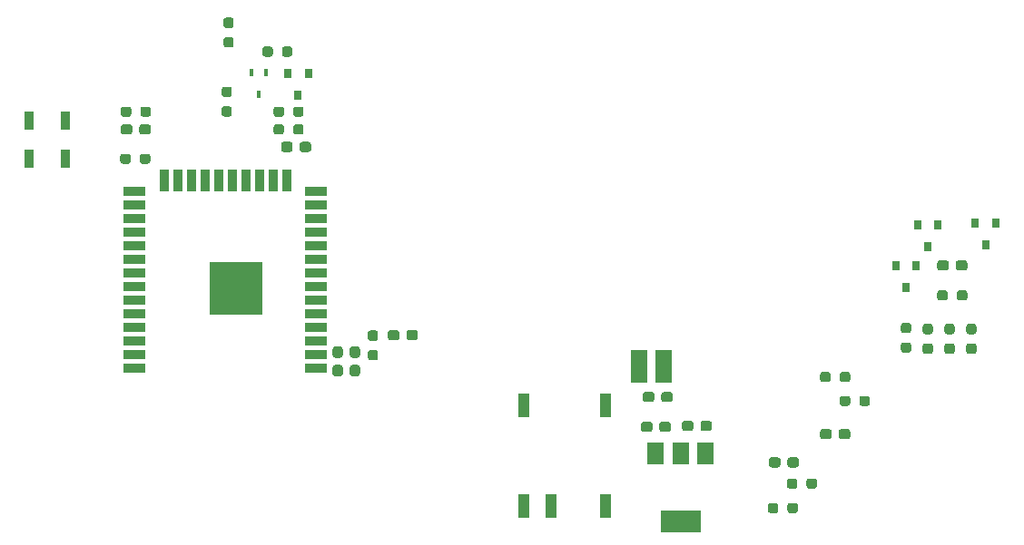
<source format=gbr>
%TF.GenerationSoftware,KiCad,Pcbnew,(5.1.7)-1*%
%TF.CreationDate,2021-01-04T12:01:46+01:00*%
%TF.ProjectId,EZ-PY32,455a2d50-5933-4322-9e6b-696361645f70,rev?*%
%TF.SameCoordinates,Original*%
%TF.FileFunction,Paste,Top*%
%TF.FilePolarity,Positive*%
%FSLAX46Y46*%
G04 Gerber Fmt 4.6, Leading zero omitted, Abs format (unit mm)*
G04 Created by KiCad (PCBNEW (5.1.7)-1) date 2021-01-04 12:01:46*
%MOMM*%
%LPD*%
G01*
G04 APERTURE LIST*
%ADD10R,1.000000X2.300000*%
%ADD11R,5.000000X5.000000*%
%ADD12R,2.000000X0.900000*%
%ADD13R,0.900000X2.000000*%
%ADD14R,0.900000X1.700000*%
%ADD15R,1.500000X2.000000*%
%ADD16R,3.800000X2.000000*%
%ADD17R,0.800000X0.900000*%
%ADD18R,0.450000X0.700000*%
%ADD19R,1.520000X3.050000*%
G04 APERTURE END LIST*
%TO.C,C9*%
G36*
G01*
X87958360Y-114297880D02*
X87958360Y-113822880D01*
G75*
G02*
X88195860Y-113585380I237500J0D01*
G01*
X88795860Y-113585380D01*
G75*
G02*
X89033360Y-113822880I0J-237500D01*
G01*
X89033360Y-114297880D01*
G75*
G02*
X88795860Y-114535380I-237500J0D01*
G01*
X88195860Y-114535380D01*
G75*
G02*
X87958360Y-114297880I0J237500D01*
G01*
G37*
G36*
G01*
X86233360Y-114297880D02*
X86233360Y-113822880D01*
G75*
G02*
X86470860Y-113585380I237500J0D01*
G01*
X87070860Y-113585380D01*
G75*
G02*
X87308360Y-113822880I0J-237500D01*
G01*
X87308360Y-114297880D01*
G75*
G02*
X87070860Y-114535380I-237500J0D01*
G01*
X86470860Y-114535380D01*
G75*
G02*
X86233360Y-114297880I0J237500D01*
G01*
G37*
%TD*%
%TO.C,C4*%
G36*
G01*
X112805360Y-119594380D02*
X112805360Y-120069380D01*
G75*
G02*
X112567860Y-120306880I-237500J0D01*
G01*
X111967860Y-120306880D01*
G75*
G02*
X111730360Y-120069380I0J237500D01*
G01*
X111730360Y-119594380D01*
G75*
G02*
X111967860Y-119356880I237500J0D01*
G01*
X112567860Y-119356880D01*
G75*
G02*
X112805360Y-119594380I0J-237500D01*
G01*
G37*
G36*
G01*
X111080360Y-119594380D02*
X111080360Y-120069380D01*
G75*
G02*
X110842860Y-120306880I-237500J0D01*
G01*
X110242860Y-120306880D01*
G75*
G02*
X110005360Y-120069380I0J237500D01*
G01*
X110005360Y-119594380D01*
G75*
G02*
X110242860Y-119356880I237500J0D01*
G01*
X110842860Y-119356880D01*
G75*
G02*
X111080360Y-119594380I0J-237500D01*
G01*
G37*
%TD*%
D10*
%TO.C,U1*%
X98869500Y-130025500D03*
X101409500Y-130025500D03*
X106489500Y-130025500D03*
X98869500Y-120625500D03*
X106489500Y-120625500D03*
%TD*%
%TO.C,R10*%
G36*
G01*
X77399700Y-95083000D02*
X77399700Y-94608000D01*
G75*
G02*
X77637200Y-94370500I237500J0D01*
G01*
X78137200Y-94370500D01*
G75*
G02*
X78374700Y-94608000I0J-237500D01*
G01*
X78374700Y-95083000D01*
G75*
G02*
X78137200Y-95320500I-237500J0D01*
G01*
X77637200Y-95320500D01*
G75*
G02*
X77399700Y-95083000I0J237500D01*
G01*
G37*
G36*
G01*
X75574700Y-95083000D02*
X75574700Y-94608000D01*
G75*
G02*
X75812200Y-94370500I237500J0D01*
G01*
X76312200Y-94370500D01*
G75*
G02*
X76549700Y-94608000I0J-237500D01*
G01*
X76549700Y-95083000D01*
G75*
G02*
X76312200Y-95320500I-237500J0D01*
G01*
X75812200Y-95320500D01*
G75*
G02*
X75574700Y-95083000I0J237500D01*
G01*
G37*
%TD*%
%TO.C,R6*%
G36*
G01*
X136351000Y-114828500D02*
X136826000Y-114828500D01*
G75*
G02*
X137063500Y-115066000I0J-237500D01*
G01*
X137063500Y-115566000D01*
G75*
G02*
X136826000Y-115803500I-237500J0D01*
G01*
X136351000Y-115803500D01*
G75*
G02*
X136113500Y-115566000I0J237500D01*
G01*
X136113500Y-115066000D01*
G75*
G02*
X136351000Y-114828500I237500J0D01*
G01*
G37*
G36*
G01*
X136351000Y-113003500D02*
X136826000Y-113003500D01*
G75*
G02*
X137063500Y-113241000I0J-237500D01*
G01*
X137063500Y-113741000D01*
G75*
G02*
X136826000Y-113978500I-237500J0D01*
G01*
X136351000Y-113978500D01*
G75*
G02*
X136113500Y-113741000I0J237500D01*
G01*
X136113500Y-113241000D01*
G75*
G02*
X136351000Y-113003500I237500J0D01*
G01*
G37*
%TD*%
%TO.C,R5*%
G36*
G01*
X134319000Y-114725000D02*
X134794000Y-114725000D01*
G75*
G02*
X135031500Y-114962500I0J-237500D01*
G01*
X135031500Y-115462500D01*
G75*
G02*
X134794000Y-115700000I-237500J0D01*
G01*
X134319000Y-115700000D01*
G75*
G02*
X134081500Y-115462500I0J237500D01*
G01*
X134081500Y-114962500D01*
G75*
G02*
X134319000Y-114725000I237500J0D01*
G01*
G37*
G36*
G01*
X134319000Y-112900000D02*
X134794000Y-112900000D01*
G75*
G02*
X135031500Y-113137500I0J-237500D01*
G01*
X135031500Y-113637500D01*
G75*
G02*
X134794000Y-113875000I-237500J0D01*
G01*
X134319000Y-113875000D01*
G75*
G02*
X134081500Y-113637500I0J237500D01*
G01*
X134081500Y-113137500D01*
G75*
G02*
X134319000Y-112900000I237500J0D01*
G01*
G37*
%TD*%
D11*
%TO.C,U3*%
X72056500Y-109657500D03*
D12*
X79556500Y-117157500D03*
X79556500Y-115887500D03*
X79556500Y-114617500D03*
X79556500Y-113347500D03*
X79556500Y-112077500D03*
X79556500Y-110807500D03*
X79556500Y-109537500D03*
X79556500Y-108267500D03*
X79556500Y-106997500D03*
X79556500Y-105727500D03*
X79556500Y-104457500D03*
X79556500Y-103187500D03*
X79556500Y-101917500D03*
X79556500Y-100647500D03*
D13*
X76771500Y-99647500D03*
X75501500Y-99647500D03*
X74231500Y-99647500D03*
X72961500Y-99647500D03*
X71691500Y-99647500D03*
X70421500Y-99647500D03*
X69151500Y-99647500D03*
X67881500Y-99647500D03*
X66611500Y-99647500D03*
X65341500Y-99647500D03*
D12*
X62556500Y-100647500D03*
X62556500Y-101917500D03*
X62556500Y-103187500D03*
X62556500Y-104457500D03*
X62556500Y-105727500D03*
X62556500Y-106997500D03*
X62556500Y-108267500D03*
X62556500Y-109537500D03*
X62556500Y-110807500D03*
X62556500Y-112077500D03*
X62556500Y-113347500D03*
X62556500Y-114617500D03*
X62556500Y-115887500D03*
X62556500Y-117157500D03*
%TD*%
D14*
%TO.C,SW1*%
X56183000Y-94043500D03*
X52783000Y-94043500D03*
%TD*%
%TO.C,R14*%
G36*
G01*
X62300300Y-92957000D02*
X62300300Y-93432000D01*
G75*
G02*
X62062800Y-93669500I-237500J0D01*
G01*
X61562800Y-93669500D01*
G75*
G02*
X61325300Y-93432000I0J237500D01*
G01*
X61325300Y-92957000D01*
G75*
G02*
X61562800Y-92719500I237500J0D01*
G01*
X62062800Y-92719500D01*
G75*
G02*
X62300300Y-92957000I0J-237500D01*
G01*
G37*
G36*
G01*
X64125300Y-92957000D02*
X64125300Y-93432000D01*
G75*
G02*
X63887800Y-93669500I-237500J0D01*
G01*
X63387800Y-93669500D01*
G75*
G02*
X63150300Y-93432000I0J237500D01*
G01*
X63150300Y-92957000D01*
G75*
G02*
X63387800Y-92719500I237500J0D01*
G01*
X63887800Y-92719500D01*
G75*
G02*
X64125300Y-92957000I0J-237500D01*
G01*
G37*
%TD*%
%TO.C,C3*%
G36*
G01*
X139199500Y-107783000D02*
X139199500Y-107308000D01*
G75*
G02*
X139437000Y-107070500I237500J0D01*
G01*
X140037000Y-107070500D01*
G75*
G02*
X140274500Y-107308000I0J-237500D01*
G01*
X140274500Y-107783000D01*
G75*
G02*
X140037000Y-108020500I-237500J0D01*
G01*
X139437000Y-108020500D01*
G75*
G02*
X139199500Y-107783000I0J237500D01*
G01*
G37*
G36*
G01*
X137474500Y-107783000D02*
X137474500Y-107308000D01*
G75*
G02*
X137712000Y-107070500I237500J0D01*
G01*
X138312000Y-107070500D01*
G75*
G02*
X138549500Y-107308000I0J-237500D01*
G01*
X138549500Y-107783000D01*
G75*
G02*
X138312000Y-108020500I-237500J0D01*
G01*
X137712000Y-108020500D01*
G75*
G02*
X137474500Y-107783000I0J237500D01*
G01*
G37*
%TD*%
%TO.C,C8*%
G36*
G01*
X62400300Y-94608000D02*
X62400300Y-95083000D01*
G75*
G02*
X62162800Y-95320500I-237500J0D01*
G01*
X61562800Y-95320500D01*
G75*
G02*
X61325300Y-95083000I0J237500D01*
G01*
X61325300Y-94608000D01*
G75*
G02*
X61562800Y-94370500I237500J0D01*
G01*
X62162800Y-94370500D01*
G75*
G02*
X62400300Y-94608000I0J-237500D01*
G01*
G37*
G36*
G01*
X64125300Y-94608000D02*
X64125300Y-95083000D01*
G75*
G02*
X63887800Y-95320500I-237500J0D01*
G01*
X63287800Y-95320500D01*
G75*
G02*
X63050300Y-95083000I0J237500D01*
G01*
X63050300Y-94608000D01*
G75*
G02*
X63287800Y-94370500I237500J0D01*
G01*
X63887800Y-94370500D01*
G75*
G02*
X64125300Y-94608000I0J-237500D01*
G01*
G37*
%TD*%
%TO.C,R11*%
G36*
G01*
X76549700Y-92957000D02*
X76549700Y-93432000D01*
G75*
G02*
X76312200Y-93669500I-237500J0D01*
G01*
X75812200Y-93669500D01*
G75*
G02*
X75574700Y-93432000I0J237500D01*
G01*
X75574700Y-92957000D01*
G75*
G02*
X75812200Y-92719500I237500J0D01*
G01*
X76312200Y-92719500D01*
G75*
G02*
X76549700Y-92957000I0J-237500D01*
G01*
G37*
G36*
G01*
X78374700Y-92957000D02*
X78374700Y-93432000D01*
G75*
G02*
X78137200Y-93669500I-237500J0D01*
G01*
X77637200Y-93669500D01*
G75*
G02*
X77399700Y-93432000I0J237500D01*
G01*
X77399700Y-92957000D01*
G75*
G02*
X77637200Y-92719500I237500J0D01*
G01*
X78137200Y-92719500D01*
G75*
G02*
X78374700Y-92957000I0J-237500D01*
G01*
G37*
%TD*%
%TO.C,R15*%
G36*
G01*
X62249500Y-97351200D02*
X62249500Y-97826200D01*
G75*
G02*
X62012000Y-98063700I-237500J0D01*
G01*
X61512000Y-98063700D01*
G75*
G02*
X61274500Y-97826200I0J237500D01*
G01*
X61274500Y-97351200D01*
G75*
G02*
X61512000Y-97113700I237500J0D01*
G01*
X62012000Y-97113700D01*
G75*
G02*
X62249500Y-97351200I0J-237500D01*
G01*
G37*
G36*
G01*
X64074500Y-97351200D02*
X64074500Y-97826200D01*
G75*
G02*
X63837000Y-98063700I-237500J0D01*
G01*
X63337000Y-98063700D01*
G75*
G02*
X63099500Y-97826200I0J237500D01*
G01*
X63099500Y-97351200D01*
G75*
G02*
X63337000Y-97113700I237500J0D01*
G01*
X63837000Y-97113700D01*
G75*
G02*
X64074500Y-97351200I0J-237500D01*
G01*
G37*
%TD*%
%TO.C,C1*%
G36*
G01*
X122852300Y-125697600D02*
X122852300Y-126172600D01*
G75*
G02*
X122614800Y-126410100I-237500J0D01*
G01*
X122014800Y-126410100D01*
G75*
G02*
X121777300Y-126172600I0J237500D01*
G01*
X121777300Y-125697600D01*
G75*
G02*
X122014800Y-125460100I237500J0D01*
G01*
X122614800Y-125460100D01*
G75*
G02*
X122852300Y-125697600I0J-237500D01*
G01*
G37*
G36*
G01*
X124577300Y-125697600D02*
X124577300Y-126172600D01*
G75*
G02*
X124339800Y-126410100I-237500J0D01*
G01*
X123739800Y-126410100D01*
G75*
G02*
X123502300Y-126172600I0J237500D01*
G01*
X123502300Y-125697600D01*
G75*
G02*
X123739800Y-125460100I237500J0D01*
G01*
X124339800Y-125460100D01*
G75*
G02*
X124577300Y-125697600I0J-237500D01*
G01*
G37*
%TD*%
%TO.C,C2*%
G36*
G01*
X127627500Y-123056000D02*
X127627500Y-123531000D01*
G75*
G02*
X127390000Y-123768500I-237500J0D01*
G01*
X126790000Y-123768500D01*
G75*
G02*
X126552500Y-123531000I0J237500D01*
G01*
X126552500Y-123056000D01*
G75*
G02*
X126790000Y-122818500I237500J0D01*
G01*
X127390000Y-122818500D01*
G75*
G02*
X127627500Y-123056000I0J-237500D01*
G01*
G37*
G36*
G01*
X129352500Y-123056000D02*
X129352500Y-123531000D01*
G75*
G02*
X129115000Y-123768500I-237500J0D01*
G01*
X128515000Y-123768500D01*
G75*
G02*
X128277500Y-123531000I0J237500D01*
G01*
X128277500Y-123056000D01*
G75*
G02*
X128515000Y-122818500I237500J0D01*
G01*
X129115000Y-122818500D01*
G75*
G02*
X129352500Y-123056000I0J-237500D01*
G01*
G37*
%TD*%
%TO.C,C5*%
G36*
G01*
X110905360Y-122369380D02*
X110905360Y-122844380D01*
G75*
G02*
X110667860Y-123081880I-237500J0D01*
G01*
X110067860Y-123081880D01*
G75*
G02*
X109830360Y-122844380I0J237500D01*
G01*
X109830360Y-122369380D01*
G75*
G02*
X110067860Y-122131880I237500J0D01*
G01*
X110667860Y-122131880D01*
G75*
G02*
X110905360Y-122369380I0J-237500D01*
G01*
G37*
G36*
G01*
X112630360Y-122369380D02*
X112630360Y-122844380D01*
G75*
G02*
X112392860Y-123081880I-237500J0D01*
G01*
X111792860Y-123081880D01*
G75*
G02*
X111555360Y-122844380I0J237500D01*
G01*
X111555360Y-122369380D01*
G75*
G02*
X111792860Y-122131880I237500J0D01*
G01*
X112392860Y-122131880D01*
G75*
G02*
X112630360Y-122369380I0J-237500D01*
G01*
G37*
%TD*%
%TO.C,C6*%
G36*
G01*
X115380360Y-122769380D02*
X115380360Y-122294380D01*
G75*
G02*
X115617860Y-122056880I237500J0D01*
G01*
X116217860Y-122056880D01*
G75*
G02*
X116455360Y-122294380I0J-237500D01*
G01*
X116455360Y-122769380D01*
G75*
G02*
X116217860Y-123006880I-237500J0D01*
G01*
X115617860Y-123006880D01*
G75*
G02*
X115380360Y-122769380I0J237500D01*
G01*
G37*
G36*
G01*
X113655360Y-122769380D02*
X113655360Y-122294380D01*
G75*
G02*
X113892860Y-122056880I237500J0D01*
G01*
X114492860Y-122056880D01*
G75*
G02*
X114730360Y-122294380I0J-237500D01*
G01*
X114730360Y-122769380D01*
G75*
G02*
X114492860Y-123006880I-237500J0D01*
G01*
X113892860Y-123006880D01*
G75*
G02*
X113655360Y-122769380I0J237500D01*
G01*
G37*
%TD*%
%TO.C,C7*%
G36*
G01*
X77355360Y-96244380D02*
X77355360Y-96719380D01*
G75*
G02*
X77117860Y-96956880I-237500J0D01*
G01*
X76517860Y-96956880D01*
G75*
G02*
X76280360Y-96719380I0J237500D01*
G01*
X76280360Y-96244380D01*
G75*
G02*
X76517860Y-96006880I237500J0D01*
G01*
X77117860Y-96006880D01*
G75*
G02*
X77355360Y-96244380I0J-237500D01*
G01*
G37*
G36*
G01*
X79080360Y-96244380D02*
X79080360Y-96719380D01*
G75*
G02*
X78842860Y-96956880I-237500J0D01*
G01*
X78242860Y-96956880D01*
G75*
G02*
X78005360Y-96719380I0J237500D01*
G01*
X78005360Y-96244380D01*
G75*
G02*
X78242860Y-96006880I237500J0D01*
G01*
X78842860Y-96006880D01*
G75*
G02*
X79080360Y-96244380I0J-237500D01*
G01*
G37*
%TD*%
%TO.C,C10*%
G36*
G01*
X82917860Y-116831880D02*
X83392860Y-116831880D01*
G75*
G02*
X83630360Y-117069380I0J-237500D01*
G01*
X83630360Y-117669380D01*
G75*
G02*
X83392860Y-117906880I-237500J0D01*
G01*
X82917860Y-117906880D01*
G75*
G02*
X82680360Y-117669380I0J237500D01*
G01*
X82680360Y-117069380D01*
G75*
G02*
X82917860Y-116831880I237500J0D01*
G01*
G37*
G36*
G01*
X82917860Y-115106880D02*
X83392860Y-115106880D01*
G75*
G02*
X83630360Y-115344380I0J-237500D01*
G01*
X83630360Y-115944380D01*
G75*
G02*
X83392860Y-116181880I-237500J0D01*
G01*
X82917860Y-116181880D01*
G75*
G02*
X82680360Y-115944380I0J237500D01*
G01*
X82680360Y-115344380D01*
G75*
G02*
X82917860Y-115106880I237500J0D01*
G01*
G37*
%TD*%
%TO.C,C11*%
G36*
G01*
X81317860Y-116831880D02*
X81792860Y-116831880D01*
G75*
G02*
X82030360Y-117069380I0J-237500D01*
G01*
X82030360Y-117669380D01*
G75*
G02*
X81792860Y-117906880I-237500J0D01*
G01*
X81317860Y-117906880D01*
G75*
G02*
X81080360Y-117669380I0J237500D01*
G01*
X81080360Y-117069380D01*
G75*
G02*
X81317860Y-116831880I237500J0D01*
G01*
G37*
G36*
G01*
X81317860Y-115106880D02*
X81792860Y-115106880D01*
G75*
G02*
X82030360Y-115344380I0J-237500D01*
G01*
X82030360Y-115944380D01*
G75*
G02*
X81792860Y-116181880I-237500J0D01*
G01*
X81317860Y-116181880D01*
G75*
G02*
X81080360Y-115944380I0J237500D01*
G01*
X81080360Y-115344380D01*
G75*
G02*
X81317860Y-115106880I237500J0D01*
G01*
G37*
%TD*%
%TO.C,R1*%
G36*
G01*
X125278700Y-128153800D02*
X125278700Y-127678800D01*
G75*
G02*
X125516200Y-127441300I237500J0D01*
G01*
X126016200Y-127441300D01*
G75*
G02*
X126253700Y-127678800I0J-237500D01*
G01*
X126253700Y-128153800D01*
G75*
G02*
X126016200Y-128391300I-237500J0D01*
G01*
X125516200Y-128391300D01*
G75*
G02*
X125278700Y-128153800I0J237500D01*
G01*
G37*
G36*
G01*
X123453700Y-128153800D02*
X123453700Y-127678800D01*
G75*
G02*
X123691200Y-127441300I237500J0D01*
G01*
X124191200Y-127441300D01*
G75*
G02*
X124428700Y-127678800I0J-237500D01*
G01*
X124428700Y-128153800D01*
G75*
G02*
X124191200Y-128391300I-237500J0D01*
G01*
X123691200Y-128391300D01*
G75*
G02*
X123453700Y-128153800I0J237500D01*
G01*
G37*
%TD*%
%TO.C,R2*%
G36*
G01*
X130206300Y-120432200D02*
X130206300Y-119957200D01*
G75*
G02*
X130443800Y-119719700I237500J0D01*
G01*
X130943800Y-119719700D01*
G75*
G02*
X131181300Y-119957200I0J-237500D01*
G01*
X131181300Y-120432200D01*
G75*
G02*
X130943800Y-120669700I-237500J0D01*
G01*
X130443800Y-120669700D01*
G75*
G02*
X130206300Y-120432200I0J237500D01*
G01*
G37*
G36*
G01*
X128381300Y-120432200D02*
X128381300Y-119957200D01*
G75*
G02*
X128618800Y-119719700I237500J0D01*
G01*
X129118800Y-119719700D01*
G75*
G02*
X129356300Y-119957200I0J-237500D01*
G01*
X129356300Y-120432200D01*
G75*
G02*
X129118800Y-120669700I-237500J0D01*
G01*
X128618800Y-120669700D01*
G75*
G02*
X128381300Y-120432200I0J237500D01*
G01*
G37*
%TD*%
%TO.C,R3*%
G36*
G01*
X123500700Y-130439800D02*
X123500700Y-129964800D01*
G75*
G02*
X123738200Y-129727300I237500J0D01*
G01*
X124238200Y-129727300D01*
G75*
G02*
X124475700Y-129964800I0J-237500D01*
G01*
X124475700Y-130439800D01*
G75*
G02*
X124238200Y-130677300I-237500J0D01*
G01*
X123738200Y-130677300D01*
G75*
G02*
X123500700Y-130439800I0J237500D01*
G01*
G37*
G36*
G01*
X121675700Y-130439800D02*
X121675700Y-129964800D01*
G75*
G02*
X121913200Y-129727300I237500J0D01*
G01*
X122413200Y-129727300D01*
G75*
G02*
X122650700Y-129964800I0J-237500D01*
G01*
X122650700Y-130439800D01*
G75*
G02*
X122413200Y-130677300I-237500J0D01*
G01*
X121913200Y-130677300D01*
G75*
G02*
X121675700Y-130439800I0J237500D01*
G01*
G37*
%TD*%
%TO.C,R4*%
G36*
G01*
X127527500Y-117722000D02*
X127527500Y-118197000D01*
G75*
G02*
X127290000Y-118434500I-237500J0D01*
G01*
X126790000Y-118434500D01*
G75*
G02*
X126552500Y-118197000I0J237500D01*
G01*
X126552500Y-117722000D01*
G75*
G02*
X126790000Y-117484500I237500J0D01*
G01*
X127290000Y-117484500D01*
G75*
G02*
X127527500Y-117722000I0J-237500D01*
G01*
G37*
G36*
G01*
X129352500Y-117722000D02*
X129352500Y-118197000D01*
G75*
G02*
X129115000Y-118434500I-237500J0D01*
G01*
X128615000Y-118434500D01*
G75*
G02*
X128377500Y-118197000I0J237500D01*
G01*
X128377500Y-117722000D01*
G75*
G02*
X128615000Y-117484500I237500J0D01*
G01*
X129115000Y-117484500D01*
G75*
G02*
X129352500Y-117722000I0J-237500D01*
G01*
G37*
%TD*%
%TO.C,R8*%
G36*
G01*
X138383000Y-114828500D02*
X138858000Y-114828500D01*
G75*
G02*
X139095500Y-115066000I0J-237500D01*
G01*
X139095500Y-115566000D01*
G75*
G02*
X138858000Y-115803500I-237500J0D01*
G01*
X138383000Y-115803500D01*
G75*
G02*
X138145500Y-115566000I0J237500D01*
G01*
X138145500Y-115066000D01*
G75*
G02*
X138383000Y-114828500I237500J0D01*
G01*
G37*
G36*
G01*
X138383000Y-113003500D02*
X138858000Y-113003500D01*
G75*
G02*
X139095500Y-113241000I0J-237500D01*
G01*
X139095500Y-113741000D01*
G75*
G02*
X138858000Y-113978500I-237500J0D01*
G01*
X138383000Y-113978500D01*
G75*
G02*
X138145500Y-113741000I0J237500D01*
G01*
X138145500Y-113241000D01*
G75*
G02*
X138383000Y-113003500I237500J0D01*
G01*
G37*
%TD*%
%TO.C,R9*%
G36*
G01*
X139299500Y-110577000D02*
X139299500Y-110102000D01*
G75*
G02*
X139537000Y-109864500I237500J0D01*
G01*
X140037000Y-109864500D01*
G75*
G02*
X140274500Y-110102000I0J-237500D01*
G01*
X140274500Y-110577000D01*
G75*
G02*
X140037000Y-110814500I-237500J0D01*
G01*
X139537000Y-110814500D01*
G75*
G02*
X139299500Y-110577000I0J237500D01*
G01*
G37*
G36*
G01*
X137474500Y-110577000D02*
X137474500Y-110102000D01*
G75*
G02*
X137712000Y-109864500I237500J0D01*
G01*
X138212000Y-109864500D01*
G75*
G02*
X138449500Y-110102000I0J-237500D01*
G01*
X138449500Y-110577000D01*
G75*
G02*
X138212000Y-110814500I-237500J0D01*
G01*
X137712000Y-110814500D01*
G75*
G02*
X137474500Y-110577000I0J237500D01*
G01*
G37*
%TD*%
%TO.C,R7*%
G36*
G01*
X140415000Y-114828500D02*
X140890000Y-114828500D01*
G75*
G02*
X141127500Y-115066000I0J-237500D01*
G01*
X141127500Y-115566000D01*
G75*
G02*
X140890000Y-115803500I-237500J0D01*
G01*
X140415000Y-115803500D01*
G75*
G02*
X140177500Y-115566000I0J237500D01*
G01*
X140177500Y-115066000D01*
G75*
G02*
X140415000Y-114828500I237500J0D01*
G01*
G37*
G36*
G01*
X140415000Y-113003500D02*
X140890000Y-113003500D01*
G75*
G02*
X141127500Y-113241000I0J-237500D01*
G01*
X141127500Y-113741000D01*
G75*
G02*
X140890000Y-113978500I-237500J0D01*
G01*
X140415000Y-113978500D01*
G75*
G02*
X140177500Y-113741000I0J237500D01*
G01*
X140177500Y-113241000D01*
G75*
G02*
X140415000Y-113003500I237500J0D01*
G01*
G37*
%TD*%
D15*
%TO.C,U2*%
X115824500Y-125132500D03*
X111224500Y-125132500D03*
X113524500Y-125132500D03*
D16*
X113524500Y-131432500D03*
%TD*%
D17*
%TO.C,Q4*%
X77863700Y-91654500D03*
X76913700Y-89654500D03*
X78813700Y-89654500D03*
%TD*%
D18*
%TO.C,Q5*%
X74180700Y-91527500D03*
X73530700Y-89527500D03*
X74830700Y-89527500D03*
%TD*%
%TO.C,R12*%
G36*
G01*
X70971400Y-92679700D02*
X71446400Y-92679700D01*
G75*
G02*
X71683900Y-92917200I0J-237500D01*
G01*
X71683900Y-93417200D01*
G75*
G02*
X71446400Y-93654700I-237500J0D01*
G01*
X70971400Y-93654700D01*
G75*
G02*
X70733900Y-93417200I0J237500D01*
G01*
X70733900Y-92917200D01*
G75*
G02*
X70971400Y-92679700I237500J0D01*
G01*
G37*
G36*
G01*
X70971400Y-90854700D02*
X71446400Y-90854700D01*
G75*
G02*
X71683900Y-91092200I0J-237500D01*
G01*
X71683900Y-91592200D01*
G75*
G02*
X71446400Y-91829700I-237500J0D01*
G01*
X70971400Y-91829700D01*
G75*
G02*
X70733900Y-91592200I0J237500D01*
G01*
X70733900Y-91092200D01*
G75*
G02*
X70971400Y-90854700I237500J0D01*
G01*
G37*
%TD*%
%TO.C,R13*%
G36*
G01*
X77333300Y-87343600D02*
X77333300Y-87818600D01*
G75*
G02*
X77095800Y-88056100I-237500J0D01*
G01*
X76595800Y-88056100D01*
G75*
G02*
X76358300Y-87818600I0J237500D01*
G01*
X76358300Y-87343600D01*
G75*
G02*
X76595800Y-87106100I237500J0D01*
G01*
X77095800Y-87106100D01*
G75*
G02*
X77333300Y-87343600I0J-237500D01*
G01*
G37*
G36*
G01*
X75508300Y-87343600D02*
X75508300Y-87818600D01*
G75*
G02*
X75270800Y-88056100I-237500J0D01*
G01*
X74770800Y-88056100D01*
G75*
G02*
X74533300Y-87818600I0J237500D01*
G01*
X74533300Y-87343600D01*
G75*
G02*
X74770800Y-87106100I237500J0D01*
G01*
X75270800Y-87106100D01*
G75*
G02*
X75508300Y-87343600I0J-237500D01*
G01*
G37*
%TD*%
D17*
%TO.C,Q1*%
X142923300Y-103615100D03*
X141023300Y-103615100D03*
X141973300Y-105615100D03*
%TD*%
%TO.C,Q2*%
X136588500Y-105751500D03*
X135638500Y-103751500D03*
X137538500Y-103751500D03*
%TD*%
%TO.C,Q3*%
X135506500Y-107561500D03*
X133606500Y-107561500D03*
X134556500Y-109561500D03*
%TD*%
%TO.C,R17*%
G36*
G01*
X71139860Y-84402880D02*
X71614860Y-84402880D01*
G75*
G02*
X71852360Y-84640380I0J-237500D01*
G01*
X71852360Y-85140380D01*
G75*
G02*
X71614860Y-85377880I-237500J0D01*
G01*
X71139860Y-85377880D01*
G75*
G02*
X70902360Y-85140380I0J237500D01*
G01*
X70902360Y-84640380D01*
G75*
G02*
X71139860Y-84402880I237500J0D01*
G01*
G37*
G36*
G01*
X71139860Y-86227880D02*
X71614860Y-86227880D01*
G75*
G02*
X71852360Y-86465380I0J-237500D01*
G01*
X71852360Y-86965380D01*
G75*
G02*
X71614860Y-87202880I-237500J0D01*
G01*
X71139860Y-87202880D01*
G75*
G02*
X70902360Y-86965380I0J237500D01*
G01*
X70902360Y-86465380D01*
G75*
G02*
X71139860Y-86227880I237500J0D01*
G01*
G37*
%TD*%
D14*
%TO.C,SW2*%
X52783000Y-97536000D03*
X56183000Y-97536000D03*
%TD*%
%TO.C,R16*%
G36*
G01*
X85076860Y-116412880D02*
X84601860Y-116412880D01*
G75*
G02*
X84364360Y-116175380I0J237500D01*
G01*
X84364360Y-115675380D01*
G75*
G02*
X84601860Y-115437880I237500J0D01*
G01*
X85076860Y-115437880D01*
G75*
G02*
X85314360Y-115675380I0J-237500D01*
G01*
X85314360Y-116175380D01*
G75*
G02*
X85076860Y-116412880I-237500J0D01*
G01*
G37*
G36*
G01*
X85076860Y-114587880D02*
X84601860Y-114587880D01*
G75*
G02*
X84364360Y-114350380I0J237500D01*
G01*
X84364360Y-113850380D01*
G75*
G02*
X84601860Y-113612880I237500J0D01*
G01*
X85076860Y-113612880D01*
G75*
G02*
X85314360Y-113850380I0J-237500D01*
G01*
X85314360Y-114350380D01*
G75*
G02*
X85076860Y-114587880I-237500J0D01*
G01*
G37*
%TD*%
D19*
%TO.C,L1*%
X111975360Y-116956880D03*
X109685360Y-116956880D03*
%TD*%
M02*

</source>
